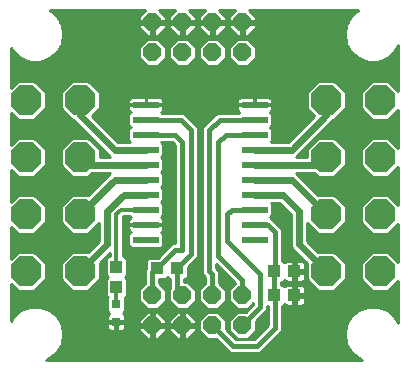
<source format=gtl>
G75*
%MOIN*%
%OFA0B0*%
%FSLAX25Y25*%
%IPPOS*%
%LPD*%
%AMOC8*
5,1,8,0,0,1.08239X$1,22.5*
%
%ADD10R,0.08661X0.02362*%
%ADD11R,0.04331X0.03937*%
%ADD12OC8,0.10000*%
%ADD13R,0.03150X0.03150*%
%ADD14R,0.03937X0.04331*%
%ADD15OC8,0.06000*%
%ADD16C,0.01000*%
%ADD17C,0.03600*%
%ADD18C,0.01600*%
%ADD19C,0.02400*%
%ADD20C,0.01200*%
D10*
X0049140Y0043750D03*
X0049140Y0048750D03*
X0049140Y0053750D03*
X0049140Y0058750D03*
X0049140Y0063750D03*
X0049140Y0068750D03*
X0049140Y0073750D03*
X0049140Y0078750D03*
X0049140Y0083750D03*
X0049140Y0088750D03*
X0085360Y0088750D03*
X0085360Y0083750D03*
X0085360Y0078750D03*
X0085360Y0073750D03*
X0085360Y0068750D03*
X0085360Y0063750D03*
X0085360Y0058750D03*
X0085360Y0053750D03*
X0085360Y0048750D03*
X0085360Y0043750D03*
D11*
X0091904Y0033250D03*
X0098596Y0033250D03*
X0098596Y0025250D03*
X0091904Y0025250D03*
X0059596Y0034250D03*
X0052904Y0034250D03*
D12*
X0027250Y0033250D03*
X0009250Y0033250D03*
X0009250Y0052250D03*
X0027250Y0052250D03*
X0027250Y0071250D03*
X0009250Y0071250D03*
X0009250Y0090250D03*
X0027250Y0090250D03*
X0109250Y0090250D03*
X0127250Y0090250D03*
X0127250Y0071250D03*
X0109250Y0071250D03*
X0109250Y0052250D03*
X0127250Y0052250D03*
X0127250Y0033250D03*
X0109250Y0033250D03*
D13*
X0039250Y0022203D03*
X0039250Y0016297D03*
D14*
X0039250Y0027904D03*
X0039250Y0034596D03*
D15*
X0051250Y0025250D03*
X0061250Y0025250D03*
X0061250Y0015250D03*
X0051250Y0015250D03*
X0071250Y0015250D03*
X0081250Y0015250D03*
X0081250Y0025250D03*
X0071250Y0025250D03*
X0071250Y0106250D03*
X0081250Y0106250D03*
X0081250Y0116250D03*
X0071250Y0116250D03*
X0061250Y0116250D03*
X0051250Y0116250D03*
X0051250Y0106250D03*
X0061250Y0106250D03*
D16*
X0016921Y0004160D02*
X0015795Y0003750D01*
X0121205Y0003750D01*
X0120079Y0004160D01*
X0120079Y0004160D01*
X0117594Y0006245D01*
X0117594Y0006245D01*
X0115971Y0009055D01*
X0115971Y0009055D01*
X0115408Y0012250D01*
X0115408Y0012250D01*
X0115971Y0015445D01*
X0115971Y0015445D01*
X0117594Y0018255D01*
X0117594Y0018255D01*
X0120079Y0020340D01*
X0120079Y0020340D01*
X0123128Y0021450D01*
X0126372Y0021450D01*
X0129421Y0020340D01*
X0129421Y0020340D01*
X0131906Y0018255D01*
X0131906Y0018255D01*
X0133250Y0015928D01*
X0133250Y0030058D01*
X0129942Y0026750D01*
X0124558Y0026750D01*
X0120750Y0030558D01*
X0120750Y0035942D01*
X0124558Y0039750D01*
X0129942Y0039750D01*
X0133250Y0036442D01*
X0133250Y0049058D01*
X0129942Y0045750D01*
X0124558Y0045750D01*
X0120750Y0049558D01*
X0120750Y0054942D01*
X0124558Y0058750D01*
X0129942Y0058750D01*
X0133250Y0055442D01*
X0133250Y0068058D01*
X0129942Y0064750D01*
X0124558Y0064750D01*
X0120750Y0068558D01*
X0120750Y0073942D01*
X0124558Y0077750D01*
X0129942Y0077750D01*
X0133250Y0074442D01*
X0133250Y0087058D01*
X0129942Y0083750D01*
X0124558Y0083750D01*
X0120750Y0087558D01*
X0120750Y0092942D01*
X0124558Y0096750D01*
X0129942Y0096750D01*
X0133250Y0093442D01*
X0133250Y0108572D01*
X0131906Y0106245D01*
X0131906Y0106245D01*
X0129421Y0104160D01*
X0129421Y0104160D01*
X0126372Y0103050D01*
X0123128Y0103050D01*
X0120079Y0104160D01*
X0120079Y0104160D01*
X0117594Y0106245D01*
X0117594Y0106245D01*
X0115971Y0109055D01*
X0115971Y0109055D01*
X0115408Y0112250D01*
X0115408Y0112250D01*
X0115971Y0115445D01*
X0115971Y0115445D01*
X0117594Y0118255D01*
X0117594Y0118255D01*
X0119971Y0120250D01*
X0083614Y0120250D01*
X0085750Y0118114D01*
X0085750Y0116750D01*
X0081750Y0116750D01*
X0081750Y0115750D01*
X0085750Y0115750D01*
X0085750Y0114386D01*
X0083114Y0111750D01*
X0081750Y0111750D01*
X0081750Y0115750D01*
X0080750Y0115750D01*
X0076750Y0115750D01*
X0076750Y0114386D01*
X0079386Y0111750D01*
X0080750Y0111750D01*
X0080750Y0115750D01*
X0080750Y0116750D01*
X0076750Y0116750D01*
X0076750Y0118114D01*
X0078886Y0120250D01*
X0073614Y0120250D01*
X0075750Y0118114D01*
X0075750Y0116750D01*
X0071750Y0116750D01*
X0071750Y0115750D01*
X0075750Y0115750D01*
X0075750Y0114386D01*
X0073114Y0111750D01*
X0071750Y0111750D01*
X0071750Y0115750D01*
X0070750Y0115750D01*
X0070750Y0111750D01*
X0069386Y0111750D01*
X0066750Y0114386D01*
X0066750Y0115750D01*
X0070750Y0115750D01*
X0070750Y0116750D01*
X0066750Y0116750D01*
X0066750Y0118114D01*
X0068886Y0120250D01*
X0063614Y0120250D01*
X0065750Y0118114D01*
X0065750Y0116750D01*
X0061750Y0116750D01*
X0061750Y0115750D01*
X0065750Y0115750D01*
X0065750Y0114386D01*
X0063114Y0111750D01*
X0061750Y0111750D01*
X0061750Y0115750D01*
X0060750Y0115750D01*
X0060750Y0111750D01*
X0059386Y0111750D01*
X0056750Y0114386D01*
X0056750Y0115750D01*
X0060750Y0115750D01*
X0060750Y0116750D01*
X0056750Y0116750D01*
X0056750Y0118114D01*
X0058886Y0120250D01*
X0053614Y0120250D01*
X0055750Y0118114D01*
X0055750Y0116750D01*
X0051750Y0116750D01*
X0051750Y0115750D01*
X0055750Y0115750D01*
X0055750Y0114386D01*
X0053114Y0111750D01*
X0051750Y0111750D01*
X0051750Y0115750D01*
X0050750Y0115750D01*
X0050750Y0111750D01*
X0049386Y0111750D01*
X0046750Y0114386D01*
X0046750Y0115750D01*
X0050750Y0115750D01*
X0050750Y0116750D01*
X0046750Y0116750D01*
X0046750Y0118114D01*
X0048886Y0120250D01*
X0017029Y0120250D01*
X0019406Y0118255D01*
X0019406Y0118255D01*
X0021029Y0115445D01*
X0021029Y0115445D01*
X0021592Y0112250D01*
X0021592Y0112250D01*
X0021029Y0109055D01*
X0021029Y0109055D01*
X0019406Y0106245D01*
X0019406Y0106245D01*
X0016921Y0104160D01*
X0016921Y0104160D01*
X0013872Y0103050D01*
X0010628Y0103050D01*
X0007579Y0104160D01*
X0007579Y0104160D01*
X0005094Y0106245D01*
X0004250Y0107706D01*
X0004250Y0094442D01*
X0006558Y0096750D01*
X0011942Y0096750D01*
X0015750Y0092942D01*
X0015750Y0087558D01*
X0011942Y0083750D01*
X0006558Y0083750D01*
X0004250Y0086058D01*
X0004250Y0075442D01*
X0006558Y0077750D01*
X0011942Y0077750D01*
X0015750Y0073942D01*
X0015750Y0068558D01*
X0011942Y0064750D01*
X0006558Y0064750D01*
X0004250Y0067058D01*
X0004250Y0056442D01*
X0006558Y0058750D01*
X0011942Y0058750D01*
X0015750Y0054942D01*
X0015750Y0049558D01*
X0011942Y0045750D01*
X0006558Y0045750D01*
X0004250Y0048058D01*
X0004250Y0037442D01*
X0006558Y0039750D01*
X0011942Y0039750D01*
X0015750Y0035942D01*
X0015750Y0030558D01*
X0011942Y0026750D01*
X0006558Y0026750D01*
X0004250Y0029058D01*
X0004250Y0016794D01*
X0005094Y0018255D01*
X0005094Y0018255D01*
X0007579Y0020340D01*
X0007579Y0020340D01*
X0010628Y0021450D01*
X0013872Y0021450D01*
X0016921Y0020340D01*
X0016921Y0020340D01*
X0019406Y0018255D01*
X0019406Y0018255D01*
X0021029Y0015445D01*
X0021029Y0015445D01*
X0021592Y0012250D01*
X0021592Y0012250D01*
X0021029Y0009055D01*
X0021029Y0009055D01*
X0019406Y0006245D01*
X0019406Y0006245D01*
X0016921Y0004160D01*
X0016921Y0004160D01*
X0017023Y0004246D02*
X0119977Y0004246D01*
X0118787Y0005244D02*
X0018213Y0005244D01*
X0019403Y0006243D02*
X0077005Y0006243D01*
X0077297Y0005950D02*
X0087203Y0005950D01*
X0088550Y0007297D01*
X0094550Y0013297D01*
X0094550Y0021781D01*
X0094690Y0021781D01*
X0095250Y0022341D01*
X0095510Y0022081D01*
X0095852Y0021884D01*
X0096234Y0021781D01*
X0098112Y0021781D01*
X0098112Y0024766D01*
X0099081Y0024766D01*
X0099081Y0025734D01*
X0102262Y0025734D01*
X0102262Y0027416D01*
X0102160Y0027797D01*
X0101962Y0028140D01*
X0101683Y0028419D01*
X0101341Y0028616D01*
X0100959Y0028718D01*
X0099081Y0028718D01*
X0099081Y0025734D01*
X0098112Y0025734D01*
X0098112Y0028718D01*
X0096234Y0028718D01*
X0095852Y0028616D01*
X0095510Y0028419D01*
X0095250Y0028159D01*
X0094690Y0028718D01*
X0094204Y0028718D01*
X0094204Y0029781D01*
X0094690Y0029781D01*
X0095250Y0030341D01*
X0095510Y0030081D01*
X0095852Y0029884D01*
X0096234Y0029781D01*
X0098112Y0029781D01*
X0098112Y0032766D01*
X0099081Y0032766D01*
X0099081Y0033734D01*
X0102262Y0033734D01*
X0102262Y0035416D01*
X0102160Y0035797D01*
X0101962Y0036140D01*
X0101683Y0036419D01*
X0101341Y0036616D01*
X0100959Y0036718D01*
X0099081Y0036718D01*
X0099081Y0033734D01*
X0098112Y0033734D01*
X0098112Y0036718D01*
X0096234Y0036718D01*
X0095852Y0036616D01*
X0095510Y0036419D01*
X0095250Y0036159D01*
X0094690Y0036718D01*
X0094550Y0036718D01*
X0094550Y0047203D01*
X0090703Y0051050D01*
X0090693Y0051050D01*
X0090493Y0051250D01*
X0091191Y0051948D01*
X0091191Y0055552D01*
X0090693Y0056050D01*
X0093632Y0056050D01*
X0097550Y0052132D01*
X0097550Y0041713D01*
X0097961Y0040721D01*
X0102750Y0035932D01*
X0102750Y0030558D01*
X0106558Y0026750D01*
X0111942Y0026750D01*
X0115750Y0030558D01*
X0115750Y0035942D01*
X0111942Y0039750D01*
X0106568Y0039750D01*
X0102950Y0043368D01*
X0102950Y0049358D01*
X0106558Y0045750D01*
X0111942Y0045750D01*
X0115750Y0049558D01*
X0115750Y0054942D01*
X0111942Y0058750D01*
X0106568Y0058750D01*
X0099279Y0066039D01*
X0099253Y0066050D01*
X0105258Y0066050D01*
X0106558Y0064750D01*
X0111942Y0064750D01*
X0115750Y0068558D01*
X0115750Y0073942D01*
X0111942Y0077750D01*
X0106558Y0077750D01*
X0102750Y0073942D01*
X0102750Y0071450D01*
X0099253Y0071450D01*
X0099279Y0071461D01*
X0110779Y0082961D01*
X0111539Y0083721D01*
X0111551Y0083750D01*
X0111942Y0083750D01*
X0115750Y0087558D01*
X0115750Y0092942D01*
X0111942Y0096750D01*
X0106558Y0096750D01*
X0102750Y0092942D01*
X0102750Y0087558D01*
X0105245Y0085063D01*
X0096632Y0076450D01*
X0090693Y0076450D01*
X0091191Y0076948D01*
X0091191Y0080552D01*
X0090493Y0081250D01*
X0091191Y0081948D01*
X0091191Y0085552D01*
X0090462Y0086282D01*
X0090612Y0086369D01*
X0090891Y0086648D01*
X0091089Y0086990D01*
X0091191Y0087371D01*
X0091191Y0088659D01*
X0085451Y0088659D01*
X0085451Y0088841D01*
X0085270Y0088841D01*
X0085270Y0091431D01*
X0080832Y0091431D01*
X0080451Y0091329D01*
X0080109Y0091131D01*
X0079829Y0090852D01*
X0079632Y0090510D01*
X0079530Y0090129D01*
X0079530Y0088841D01*
X0085270Y0088841D01*
X0085270Y0088659D01*
X0079530Y0088659D01*
X0079530Y0087371D01*
X0079632Y0086990D01*
X0079829Y0086648D01*
X0080109Y0086369D01*
X0080259Y0086282D01*
X0080027Y0086050D01*
X0072797Y0086050D01*
X0069297Y0082550D01*
X0067950Y0081203D01*
X0067950Y0032297D01*
X0068950Y0031297D01*
X0068950Y0029314D01*
X0066750Y0027114D01*
X0066750Y0023386D01*
X0069386Y0020750D01*
X0073114Y0020750D01*
X0075750Y0023386D01*
X0075750Y0027114D01*
X0073550Y0029314D01*
X0073550Y0033203D01*
X0072550Y0034203D01*
X0072550Y0035697D01*
X0078942Y0029306D01*
X0076750Y0027114D01*
X0076750Y0023386D01*
X0079386Y0020750D01*
X0083114Y0020750D01*
X0084950Y0022586D01*
X0084950Y0022203D01*
X0082497Y0019750D01*
X0079386Y0019750D01*
X0076750Y0017114D01*
X0076750Y0013386D01*
X0079386Y0010750D01*
X0083114Y0010750D01*
X0085750Y0013386D01*
X0085750Y0016497D01*
X0089550Y0020297D01*
X0089550Y0021781D01*
X0089950Y0021781D01*
X0089950Y0015203D01*
X0085297Y0010550D01*
X0079203Y0010550D01*
X0075750Y0014003D01*
X0075750Y0017114D01*
X0073114Y0019750D01*
X0069386Y0019750D01*
X0066750Y0017114D01*
X0066750Y0013386D01*
X0069386Y0010750D01*
X0072497Y0010750D01*
X0077297Y0005950D01*
X0076006Y0007241D02*
X0019981Y0007241D01*
X0019406Y0006245D02*
X0019406Y0006245D01*
X0020558Y0008240D02*
X0075008Y0008240D01*
X0074009Y0009238D02*
X0021061Y0009238D01*
X0021237Y0010237D02*
X0073011Y0010237D01*
X0068901Y0011235D02*
X0063599Y0011235D01*
X0063114Y0010750D02*
X0065750Y0013386D01*
X0065750Y0014750D01*
X0061750Y0014750D01*
X0061750Y0015750D01*
X0065750Y0015750D01*
X0065750Y0017114D01*
X0063114Y0019750D01*
X0061750Y0019750D01*
X0061750Y0015750D01*
X0060750Y0015750D01*
X0060750Y0019750D01*
X0059386Y0019750D01*
X0056750Y0017114D01*
X0056750Y0015750D01*
X0060750Y0015750D01*
X0060750Y0014750D01*
X0061750Y0014750D01*
X0061750Y0010750D01*
X0063114Y0010750D01*
X0061750Y0011235D02*
X0060750Y0011235D01*
X0060750Y0010750D02*
X0060750Y0014750D01*
X0056750Y0014750D01*
X0056750Y0013386D01*
X0059386Y0010750D01*
X0060750Y0010750D01*
X0060750Y0012234D02*
X0061750Y0012234D01*
X0061750Y0013232D02*
X0060750Y0013232D01*
X0060750Y0014231D02*
X0061750Y0014231D01*
X0061750Y0015229D02*
X0066750Y0015229D01*
X0066750Y0014231D02*
X0065750Y0014231D01*
X0065596Y0013232D02*
X0066904Y0013232D01*
X0067902Y0012234D02*
X0064598Y0012234D01*
X0065750Y0016228D02*
X0066750Y0016228D01*
X0066862Y0017226D02*
X0065638Y0017226D01*
X0064639Y0018225D02*
X0067861Y0018225D01*
X0068859Y0019223D02*
X0063641Y0019223D01*
X0063114Y0020750D02*
X0065750Y0023386D01*
X0065750Y0027114D01*
X0063114Y0029750D01*
X0061896Y0029750D01*
X0061896Y0030781D01*
X0062383Y0030781D01*
X0063262Y0031660D01*
X0063262Y0034663D01*
X0066550Y0037951D01*
X0066550Y0081203D01*
X0065203Y0082550D01*
X0061703Y0086050D01*
X0054473Y0086050D01*
X0054241Y0086282D01*
X0054391Y0086369D01*
X0054671Y0086648D01*
X0054868Y0086990D01*
X0054970Y0087371D01*
X0054970Y0088659D01*
X0049230Y0088659D01*
X0049230Y0088841D01*
X0049049Y0088841D01*
X0049049Y0091431D01*
X0044612Y0091431D01*
X0044230Y0091329D01*
X0043888Y0091131D01*
X0043609Y0090852D01*
X0043411Y0090510D01*
X0043309Y0090129D01*
X0043309Y0088841D01*
X0049049Y0088841D01*
X0049049Y0088659D01*
X0043309Y0088659D01*
X0043309Y0087371D01*
X0043411Y0086990D01*
X0043609Y0086648D01*
X0043888Y0086369D01*
X0044038Y0086282D01*
X0043309Y0085552D01*
X0043309Y0081948D01*
X0044007Y0081250D01*
X0043309Y0080552D01*
X0043309Y0076948D01*
X0043807Y0076450D01*
X0039868Y0076450D01*
X0031255Y0085063D01*
X0033750Y0087558D01*
X0033750Y0092942D01*
X0029942Y0096750D01*
X0024558Y0096750D01*
X0020750Y0092942D01*
X0020750Y0087558D01*
X0024558Y0083750D01*
X0024949Y0083750D01*
X0024961Y0083721D01*
X0037221Y0071461D01*
X0037247Y0071450D01*
X0033750Y0071450D01*
X0033750Y0073942D01*
X0029942Y0077750D01*
X0024558Y0077750D01*
X0020750Y0073942D01*
X0020750Y0068558D01*
X0024558Y0064750D01*
X0029942Y0064750D01*
X0031242Y0066050D01*
X0037247Y0066050D01*
X0037221Y0066039D01*
X0029932Y0058750D01*
X0024558Y0058750D01*
X0020750Y0054942D01*
X0020750Y0049558D01*
X0024558Y0045750D01*
X0029942Y0045750D01*
X0033550Y0049358D01*
X0033550Y0043368D01*
X0029932Y0039750D01*
X0024558Y0039750D01*
X0020750Y0035942D01*
X0020750Y0030558D01*
X0024558Y0026750D01*
X0029942Y0026750D01*
X0033750Y0030558D01*
X0033750Y0035932D01*
X0037150Y0039332D01*
X0037150Y0038262D01*
X0036660Y0038262D01*
X0035781Y0037383D01*
X0035781Y0031810D01*
X0036341Y0031250D01*
X0035781Y0030690D01*
X0035781Y0025117D01*
X0036337Y0024561D01*
X0036175Y0024399D01*
X0036175Y0020007D01*
X0036979Y0019202D01*
X0036754Y0019072D01*
X0036475Y0018793D01*
X0036277Y0018451D01*
X0036175Y0018070D01*
X0036175Y0016585D01*
X0038963Y0016585D01*
X0038963Y0016010D01*
X0039537Y0016010D01*
X0039537Y0013222D01*
X0041022Y0013222D01*
X0041404Y0013325D01*
X0041746Y0013522D01*
X0042025Y0013801D01*
X0042223Y0014143D01*
X0042325Y0014525D01*
X0042325Y0016010D01*
X0039537Y0016010D01*
X0039537Y0016585D01*
X0042325Y0016585D01*
X0042325Y0018070D01*
X0042223Y0018451D01*
X0042025Y0018793D01*
X0041746Y0019072D01*
X0041521Y0019202D01*
X0042325Y0020007D01*
X0042325Y0024399D01*
X0042163Y0024561D01*
X0042718Y0025117D01*
X0042718Y0030690D01*
X0042159Y0031250D01*
X0042718Y0031810D01*
X0042718Y0037383D01*
X0041840Y0038262D01*
X0041350Y0038262D01*
X0041350Y0051380D01*
X0041620Y0051650D01*
X0043607Y0051650D01*
X0044038Y0051218D01*
X0043888Y0051131D01*
X0043609Y0050852D01*
X0043411Y0050510D01*
X0043309Y0050129D01*
X0043309Y0048841D01*
X0049049Y0048841D01*
X0049049Y0048659D01*
X0043309Y0048659D01*
X0043309Y0047371D01*
X0043411Y0046990D01*
X0043609Y0046648D01*
X0043888Y0046369D01*
X0044038Y0046282D01*
X0043309Y0045552D01*
X0043309Y0041948D01*
X0044188Y0041069D01*
X0054092Y0041069D01*
X0054970Y0041948D01*
X0054970Y0045552D01*
X0054241Y0046282D01*
X0054391Y0046369D01*
X0054671Y0046648D01*
X0054868Y0046990D01*
X0054970Y0047371D01*
X0054970Y0048659D01*
X0049230Y0048659D01*
X0049230Y0048841D01*
X0054970Y0048841D01*
X0054970Y0050129D01*
X0054868Y0050510D01*
X0054671Y0050852D01*
X0054391Y0051131D01*
X0054241Y0051218D01*
X0054970Y0051948D01*
X0054970Y0055552D01*
X0054273Y0056250D01*
X0054970Y0056948D01*
X0054970Y0060552D01*
X0054273Y0061250D01*
X0054970Y0061948D01*
X0054970Y0065552D01*
X0054273Y0066250D01*
X0054970Y0066948D01*
X0054970Y0070552D01*
X0054273Y0071250D01*
X0054970Y0071948D01*
X0054970Y0075552D01*
X0054273Y0076250D01*
X0054473Y0076450D01*
X0057797Y0076450D01*
X0058950Y0075297D01*
X0058950Y0042550D01*
X0057951Y0042550D01*
X0053119Y0037718D01*
X0050117Y0037718D01*
X0049238Y0036840D01*
X0049238Y0034155D01*
X0048950Y0033656D01*
X0048950Y0029314D01*
X0046750Y0027114D01*
X0046750Y0023386D01*
X0049386Y0020750D01*
X0053114Y0020750D01*
X0055750Y0023386D01*
X0055750Y0027114D01*
X0053550Y0029314D01*
X0053550Y0030781D01*
X0055690Y0030781D01*
X0056250Y0031341D01*
X0056810Y0030781D01*
X0057296Y0030781D01*
X0057296Y0027660D01*
X0056750Y0027114D01*
X0056750Y0023386D01*
X0059386Y0020750D01*
X0063114Y0020750D01*
X0063584Y0021220D02*
X0068916Y0021220D01*
X0067917Y0022219D02*
X0064583Y0022219D01*
X0065581Y0023217D02*
X0066919Y0023217D01*
X0066750Y0024216D02*
X0065750Y0024216D01*
X0065750Y0025214D02*
X0066750Y0025214D01*
X0066750Y0026213D02*
X0065750Y0026213D01*
X0065653Y0027211D02*
X0066847Y0027211D01*
X0067846Y0028210D02*
X0064654Y0028210D01*
X0063656Y0029208D02*
X0068844Y0029208D01*
X0068950Y0030207D02*
X0061896Y0030207D01*
X0062807Y0031205D02*
X0068950Y0031205D01*
X0068043Y0032204D02*
X0063262Y0032204D01*
X0063262Y0033202D02*
X0067950Y0033202D01*
X0067950Y0034201D02*
X0063262Y0034201D01*
X0063799Y0035199D02*
X0067950Y0035199D01*
X0067950Y0036198D02*
X0064797Y0036198D01*
X0065796Y0037196D02*
X0067950Y0037196D01*
X0067950Y0038195D02*
X0066550Y0038195D01*
X0066550Y0039193D02*
X0067950Y0039193D01*
X0067950Y0040192D02*
X0066550Y0040192D01*
X0066550Y0041190D02*
X0067950Y0041190D01*
X0067950Y0042189D02*
X0066550Y0042189D01*
X0066550Y0043187D02*
X0067950Y0043187D01*
X0067950Y0044186D02*
X0066550Y0044186D01*
X0066550Y0045184D02*
X0067950Y0045184D01*
X0067950Y0046183D02*
X0066550Y0046183D01*
X0066550Y0047182D02*
X0067950Y0047182D01*
X0067950Y0048180D02*
X0066550Y0048180D01*
X0066550Y0049179D02*
X0067950Y0049179D01*
X0067950Y0050177D02*
X0066550Y0050177D01*
X0066550Y0051176D02*
X0067950Y0051176D01*
X0067950Y0052174D02*
X0066550Y0052174D01*
X0066550Y0053173D02*
X0067950Y0053173D01*
X0067950Y0054171D02*
X0066550Y0054171D01*
X0066550Y0055170D02*
X0067950Y0055170D01*
X0067950Y0056168D02*
X0066550Y0056168D01*
X0066550Y0057167D02*
X0067950Y0057167D01*
X0067950Y0058165D02*
X0066550Y0058165D01*
X0066550Y0059164D02*
X0067950Y0059164D01*
X0067950Y0060162D02*
X0066550Y0060162D01*
X0066550Y0061161D02*
X0067950Y0061161D01*
X0067950Y0062159D02*
X0066550Y0062159D01*
X0066550Y0063158D02*
X0067950Y0063158D01*
X0067950Y0064156D02*
X0066550Y0064156D01*
X0066550Y0065155D02*
X0067950Y0065155D01*
X0067950Y0066153D02*
X0066550Y0066153D01*
X0066550Y0067152D02*
X0067950Y0067152D01*
X0067950Y0068150D02*
X0066550Y0068150D01*
X0066550Y0069149D02*
X0067950Y0069149D01*
X0067950Y0070147D02*
X0066550Y0070147D01*
X0066550Y0071146D02*
X0067950Y0071146D01*
X0067950Y0072144D02*
X0066550Y0072144D01*
X0066550Y0073143D02*
X0067950Y0073143D01*
X0067950Y0074141D02*
X0066550Y0074141D01*
X0066550Y0075140D02*
X0067950Y0075140D01*
X0067950Y0076138D02*
X0066550Y0076138D01*
X0066550Y0077137D02*
X0067950Y0077137D01*
X0067950Y0078135D02*
X0066550Y0078135D01*
X0066550Y0079134D02*
X0067950Y0079134D01*
X0067950Y0080132D02*
X0066550Y0080132D01*
X0066550Y0081131D02*
X0067950Y0081131D01*
X0068877Y0082129D02*
X0065623Y0082129D01*
X0064625Y0083128D02*
X0069875Y0083128D01*
X0070874Y0084126D02*
X0063626Y0084126D01*
X0062628Y0085125D02*
X0071872Y0085125D01*
X0079596Y0087122D02*
X0054904Y0087122D01*
X0054970Y0088120D02*
X0079530Y0088120D01*
X0079530Y0089119D02*
X0054970Y0089119D01*
X0054970Y0088841D02*
X0054970Y0090129D01*
X0054868Y0090510D01*
X0054671Y0090852D01*
X0054391Y0091131D01*
X0054049Y0091329D01*
X0053668Y0091431D01*
X0049230Y0091431D01*
X0049230Y0088841D01*
X0054970Y0088841D01*
X0054970Y0090118D02*
X0079530Y0090118D01*
X0080093Y0091116D02*
X0054407Y0091116D01*
X0054399Y0086123D02*
X0080101Y0086123D01*
X0085270Y0089119D02*
X0085451Y0089119D01*
X0085451Y0088841D02*
X0085451Y0091431D01*
X0089888Y0091431D01*
X0090270Y0091329D01*
X0090612Y0091131D01*
X0090891Y0090852D01*
X0091089Y0090510D01*
X0091191Y0090129D01*
X0091191Y0088841D01*
X0085451Y0088841D01*
X0085451Y0090118D02*
X0085270Y0090118D01*
X0085270Y0091116D02*
X0085451Y0091116D01*
X0090627Y0091116D02*
X0102750Y0091116D01*
X0102750Y0090118D02*
X0091191Y0090118D01*
X0091191Y0089119D02*
X0102750Y0089119D01*
X0102750Y0088120D02*
X0091191Y0088120D01*
X0091124Y0087122D02*
X0103186Y0087122D01*
X0104184Y0086123D02*
X0090620Y0086123D01*
X0091191Y0085125D02*
X0105183Y0085125D01*
X0104308Y0084126D02*
X0091191Y0084126D01*
X0091191Y0083128D02*
X0103310Y0083128D01*
X0102311Y0082129D02*
X0091191Y0082129D01*
X0090612Y0081131D02*
X0101313Y0081131D01*
X0100314Y0080132D02*
X0091191Y0080132D01*
X0091191Y0079134D02*
X0099316Y0079134D01*
X0098317Y0078135D02*
X0091191Y0078135D01*
X0091191Y0077137D02*
X0097319Y0077137D01*
X0100961Y0073143D02*
X0102750Y0073143D01*
X0102750Y0072144D02*
X0099963Y0072144D01*
X0101960Y0074141D02*
X0102949Y0074141D01*
X0102958Y0075140D02*
X0103947Y0075140D01*
X0103957Y0076138D02*
X0104946Y0076138D01*
X0104955Y0077137D02*
X0105944Y0077137D01*
X0105954Y0078135D02*
X0133250Y0078135D01*
X0133250Y0077137D02*
X0130555Y0077137D01*
X0131554Y0076138D02*
X0133250Y0076138D01*
X0133250Y0075140D02*
X0132553Y0075140D01*
X0133250Y0079134D02*
X0106952Y0079134D01*
X0107951Y0080132D02*
X0133250Y0080132D01*
X0133250Y0081131D02*
X0108949Y0081131D01*
X0109948Y0082129D02*
X0133250Y0082129D01*
X0133250Y0083128D02*
X0110946Y0083128D01*
X0112319Y0084126D02*
X0124181Y0084126D01*
X0123183Y0085125D02*
X0113317Y0085125D01*
X0114316Y0086123D02*
X0122184Y0086123D01*
X0121186Y0087122D02*
X0115314Y0087122D01*
X0115750Y0088120D02*
X0120750Y0088120D01*
X0120750Y0089119D02*
X0115750Y0089119D01*
X0115750Y0090118D02*
X0120750Y0090118D01*
X0120750Y0091116D02*
X0115750Y0091116D01*
X0115750Y0092115D02*
X0120750Y0092115D01*
X0120921Y0093113D02*
X0115579Y0093113D01*
X0114581Y0094112D02*
X0121919Y0094112D01*
X0122918Y0095110D02*
X0113582Y0095110D01*
X0112584Y0096109D02*
X0123916Y0096109D01*
X0130584Y0096109D02*
X0133250Y0096109D01*
X0133250Y0097107D02*
X0004250Y0097107D01*
X0004250Y0096109D02*
X0005916Y0096109D01*
X0004918Y0095110D02*
X0004250Y0095110D01*
X0004250Y0098106D02*
X0133250Y0098106D01*
X0133250Y0099104D02*
X0004250Y0099104D01*
X0004250Y0100103D02*
X0133250Y0100103D01*
X0133250Y0101101D02*
X0004250Y0101101D01*
X0004250Y0102100D02*
X0049036Y0102100D01*
X0049386Y0101750D02*
X0053114Y0101750D01*
X0055750Y0104386D01*
X0055750Y0108114D01*
X0053114Y0110750D01*
X0049386Y0110750D01*
X0046750Y0108114D01*
X0046750Y0104386D01*
X0049386Y0101750D01*
X0048038Y0103098D02*
X0014005Y0103098D01*
X0016748Y0104097D02*
X0047039Y0104097D01*
X0046750Y0105095D02*
X0018036Y0105095D01*
X0019226Y0106094D02*
X0046750Y0106094D01*
X0046750Y0107092D02*
X0019895Y0107092D01*
X0019406Y0106245D02*
X0019406Y0106245D01*
X0020472Y0108091D02*
X0046750Y0108091D01*
X0047725Y0109089D02*
X0021035Y0109089D01*
X0021211Y0110088D02*
X0048724Y0110088D01*
X0049051Y0112085D02*
X0021563Y0112085D01*
X0021445Y0113083D02*
X0048053Y0113083D01*
X0047054Y0114082D02*
X0021269Y0114082D01*
X0021093Y0115080D02*
X0046750Y0115080D01*
X0046750Y0117077D02*
X0020086Y0117077D01*
X0020663Y0116079D02*
X0050750Y0116079D01*
X0050750Y0115080D02*
X0051750Y0115080D01*
X0051750Y0114082D02*
X0050750Y0114082D01*
X0050750Y0113083D02*
X0051750Y0113083D01*
X0051750Y0112085D02*
X0050750Y0112085D01*
X0053449Y0112085D02*
X0059051Y0112085D01*
X0059386Y0110750D02*
X0056750Y0108114D01*
X0056750Y0104386D01*
X0059386Y0101750D01*
X0063114Y0101750D01*
X0065750Y0104386D01*
X0065750Y0108114D01*
X0063114Y0110750D01*
X0059386Y0110750D01*
X0058724Y0110088D02*
X0053776Y0110088D01*
X0054775Y0109089D02*
X0057725Y0109089D01*
X0056750Y0108091D02*
X0055750Y0108091D01*
X0055750Y0107092D02*
X0056750Y0107092D01*
X0056750Y0106094D02*
X0055750Y0106094D01*
X0055750Y0105095D02*
X0056750Y0105095D01*
X0057039Y0104097D02*
X0055461Y0104097D01*
X0054462Y0103098D02*
X0058038Y0103098D01*
X0059036Y0102100D02*
X0053464Y0102100D01*
X0063464Y0102100D02*
X0069036Y0102100D01*
X0069386Y0101750D02*
X0073114Y0101750D01*
X0075750Y0104386D01*
X0075750Y0108114D01*
X0073114Y0110750D01*
X0069386Y0110750D01*
X0066750Y0108114D01*
X0066750Y0104386D01*
X0069386Y0101750D01*
X0068038Y0103098D02*
X0064462Y0103098D01*
X0065461Y0104097D02*
X0067039Y0104097D01*
X0066750Y0105095D02*
X0065750Y0105095D01*
X0065750Y0106094D02*
X0066750Y0106094D01*
X0066750Y0107092D02*
X0065750Y0107092D01*
X0065750Y0108091D02*
X0066750Y0108091D01*
X0067725Y0109089D02*
X0064775Y0109089D01*
X0063776Y0110088D02*
X0068724Y0110088D01*
X0069051Y0112085D02*
X0063449Y0112085D01*
X0064447Y0113083D02*
X0068053Y0113083D01*
X0067054Y0114082D02*
X0065446Y0114082D01*
X0065750Y0115080D02*
X0066750Y0115080D01*
X0066750Y0117077D02*
X0065750Y0117077D01*
X0065750Y0118076D02*
X0066750Y0118076D01*
X0067710Y0119074D02*
X0064790Y0119074D01*
X0063791Y0120073D02*
X0068709Y0120073D01*
X0070750Y0116079D02*
X0061750Y0116079D01*
X0061750Y0115080D02*
X0060750Y0115080D01*
X0060750Y0114082D02*
X0061750Y0114082D01*
X0061750Y0113083D02*
X0060750Y0113083D01*
X0060750Y0112085D02*
X0061750Y0112085D01*
X0058053Y0113083D02*
X0054447Y0113083D01*
X0055446Y0114082D02*
X0057054Y0114082D01*
X0056750Y0115080D02*
X0055750Y0115080D01*
X0055750Y0117077D02*
X0056750Y0117077D01*
X0056750Y0118076D02*
X0055750Y0118076D01*
X0054790Y0119074D02*
X0057710Y0119074D01*
X0058709Y0120073D02*
X0053791Y0120073D01*
X0051750Y0116079D02*
X0060750Y0116079D01*
X0070750Y0115080D02*
X0071750Y0115080D01*
X0071750Y0114082D02*
X0070750Y0114082D01*
X0070750Y0113083D02*
X0071750Y0113083D01*
X0071750Y0112085D02*
X0070750Y0112085D01*
X0073449Y0112085D02*
X0079051Y0112085D01*
X0079386Y0110750D02*
X0076750Y0108114D01*
X0076750Y0104386D01*
X0079386Y0101750D01*
X0083114Y0101750D01*
X0085750Y0104386D01*
X0085750Y0108114D01*
X0083114Y0110750D01*
X0079386Y0110750D01*
X0078724Y0110088D02*
X0073776Y0110088D01*
X0074775Y0109089D02*
X0077725Y0109089D01*
X0076750Y0108091D02*
X0075750Y0108091D01*
X0075750Y0107092D02*
X0076750Y0107092D01*
X0076750Y0106094D02*
X0075750Y0106094D01*
X0075750Y0105095D02*
X0076750Y0105095D01*
X0077039Y0104097D02*
X0075461Y0104097D01*
X0074462Y0103098D02*
X0078038Y0103098D01*
X0079036Y0102100D02*
X0073464Y0102100D01*
X0083464Y0102100D02*
X0133250Y0102100D01*
X0133250Y0103098D02*
X0126505Y0103098D01*
X0129248Y0104097D02*
X0133250Y0104097D01*
X0133250Y0105095D02*
X0130536Y0105095D01*
X0131726Y0106094D02*
X0133250Y0106094D01*
X0133250Y0107092D02*
X0132395Y0107092D01*
X0131906Y0106245D02*
X0131906Y0106245D01*
X0132972Y0108091D02*
X0133250Y0108091D01*
X0122995Y0103098D02*
X0084462Y0103098D01*
X0085461Y0104097D02*
X0120252Y0104097D01*
X0118964Y0105095D02*
X0085750Y0105095D01*
X0085750Y0106094D02*
X0117774Y0106094D01*
X0117105Y0107092D02*
X0085750Y0107092D01*
X0085750Y0108091D02*
X0116528Y0108091D01*
X0115965Y0109089D02*
X0084775Y0109089D01*
X0083776Y0110088D02*
X0115789Y0110088D01*
X0115613Y0111086D02*
X0021387Y0111086D01*
X0019510Y0118076D02*
X0046750Y0118076D01*
X0047710Y0119074D02*
X0018430Y0119074D01*
X0017240Y0120073D02*
X0048709Y0120073D01*
X0071750Y0116079D02*
X0080750Y0116079D01*
X0080750Y0115080D02*
X0081750Y0115080D01*
X0081750Y0114082D02*
X0080750Y0114082D01*
X0080750Y0113083D02*
X0081750Y0113083D01*
X0081750Y0112085D02*
X0080750Y0112085D01*
X0083449Y0112085D02*
X0115437Y0112085D01*
X0115555Y0113083D02*
X0084447Y0113083D01*
X0085446Y0114082D02*
X0115731Y0114082D01*
X0115907Y0115080D02*
X0085750Y0115080D01*
X0085750Y0117077D02*
X0116914Y0117077D01*
X0116337Y0116079D02*
X0081750Y0116079D01*
X0084790Y0119074D02*
X0118570Y0119074D01*
X0117594Y0118255D02*
X0117594Y0118255D01*
X0117490Y0118076D02*
X0085750Y0118076D01*
X0083791Y0120073D02*
X0119760Y0120073D01*
X0105916Y0096109D02*
X0030584Y0096109D01*
X0031582Y0095110D02*
X0104918Y0095110D01*
X0103919Y0094112D02*
X0032581Y0094112D01*
X0033579Y0093113D02*
X0102921Y0093113D01*
X0102750Y0092115D02*
X0033750Y0092115D01*
X0033750Y0091116D02*
X0043873Y0091116D01*
X0043309Y0090118D02*
X0033750Y0090118D01*
X0033750Y0089119D02*
X0043309Y0089119D01*
X0043309Y0088120D02*
X0033750Y0088120D01*
X0033314Y0087122D02*
X0043376Y0087122D01*
X0043880Y0086123D02*
X0032316Y0086123D01*
X0031317Y0085125D02*
X0043309Y0085125D01*
X0043309Y0084126D02*
X0032192Y0084126D01*
X0033190Y0083128D02*
X0043309Y0083128D01*
X0043309Y0082129D02*
X0034189Y0082129D01*
X0035187Y0081131D02*
X0043888Y0081131D01*
X0043309Y0080132D02*
X0036186Y0080132D01*
X0037184Y0079134D02*
X0043309Y0079134D01*
X0043309Y0078135D02*
X0038183Y0078135D01*
X0039181Y0077137D02*
X0043309Y0077137D01*
X0036537Y0072144D02*
X0033750Y0072144D01*
X0033750Y0073143D02*
X0035539Y0073143D01*
X0034540Y0074141D02*
X0033551Y0074141D01*
X0033542Y0075140D02*
X0032553Y0075140D01*
X0032543Y0076138D02*
X0031554Y0076138D01*
X0031545Y0077137D02*
X0030555Y0077137D01*
X0030546Y0078135D02*
X0004250Y0078135D01*
X0004250Y0077137D02*
X0005945Y0077137D01*
X0004946Y0076138D02*
X0004250Y0076138D01*
X0004250Y0079134D02*
X0029548Y0079134D01*
X0028549Y0080132D02*
X0004250Y0080132D01*
X0004250Y0081131D02*
X0027551Y0081131D01*
X0026552Y0082129D02*
X0004250Y0082129D01*
X0004250Y0083128D02*
X0025554Y0083128D01*
X0024181Y0084126D02*
X0012319Y0084126D01*
X0013317Y0085125D02*
X0023183Y0085125D01*
X0022184Y0086123D02*
X0014316Y0086123D01*
X0015314Y0087122D02*
X0021186Y0087122D01*
X0020750Y0088120D02*
X0015750Y0088120D01*
X0015750Y0089119D02*
X0020750Y0089119D01*
X0020750Y0090118D02*
X0015750Y0090118D01*
X0015750Y0091116D02*
X0020750Y0091116D01*
X0020750Y0092115D02*
X0015750Y0092115D01*
X0015579Y0093113D02*
X0020921Y0093113D01*
X0021919Y0094112D02*
X0014581Y0094112D01*
X0013582Y0095110D02*
X0022918Y0095110D01*
X0023916Y0096109D02*
X0012584Y0096109D01*
X0010495Y0103098D02*
X0004250Y0103098D01*
X0004250Y0104097D02*
X0007752Y0104097D01*
X0006464Y0105095D02*
X0004250Y0105095D01*
X0004250Y0106094D02*
X0005274Y0106094D01*
X0004605Y0107092D02*
X0004250Y0107092D01*
X0004250Y0085125D02*
X0005183Y0085125D01*
X0004250Y0084126D02*
X0006181Y0084126D01*
X0012555Y0077137D02*
X0023944Y0077137D01*
X0022946Y0076138D02*
X0013554Y0076138D01*
X0014553Y0075140D02*
X0021947Y0075140D01*
X0020949Y0074141D02*
X0015551Y0074141D01*
X0015750Y0073143D02*
X0020750Y0073143D01*
X0020750Y0072144D02*
X0015750Y0072144D01*
X0015750Y0071146D02*
X0020750Y0071146D01*
X0020750Y0070147D02*
X0015750Y0070147D01*
X0015750Y0069149D02*
X0020750Y0069149D01*
X0021157Y0068150D02*
X0015343Y0068150D01*
X0014344Y0067152D02*
X0022156Y0067152D01*
X0023154Y0066153D02*
X0013346Y0066153D01*
X0012347Y0065155D02*
X0024153Y0065155D01*
X0030347Y0065155D02*
X0036336Y0065155D01*
X0035338Y0064156D02*
X0004250Y0064156D01*
X0004250Y0063158D02*
X0034339Y0063158D01*
X0033341Y0062159D02*
X0004250Y0062159D01*
X0004250Y0061161D02*
X0032342Y0061161D01*
X0031344Y0060162D02*
X0004250Y0060162D01*
X0004250Y0059164D02*
X0030345Y0059164D01*
X0023973Y0058165D02*
X0012527Y0058165D01*
X0013526Y0057167D02*
X0022974Y0057167D01*
X0021976Y0056168D02*
X0014524Y0056168D01*
X0015523Y0055170D02*
X0020977Y0055170D01*
X0020750Y0054171D02*
X0015750Y0054171D01*
X0015750Y0053173D02*
X0020750Y0053173D01*
X0020750Y0052174D02*
X0015750Y0052174D01*
X0015750Y0051176D02*
X0020750Y0051176D01*
X0020750Y0050177D02*
X0015750Y0050177D01*
X0015371Y0049179D02*
X0021129Y0049179D01*
X0022128Y0048180D02*
X0014372Y0048180D01*
X0013374Y0047182D02*
X0023126Y0047182D01*
X0024125Y0046183D02*
X0012375Y0046183D01*
X0006125Y0046183D02*
X0004250Y0046183D01*
X0004250Y0045184D02*
X0033550Y0045184D01*
X0033550Y0044186D02*
X0004250Y0044186D01*
X0004250Y0043187D02*
X0033369Y0043187D01*
X0032371Y0042189D02*
X0004250Y0042189D01*
X0004250Y0041190D02*
X0031372Y0041190D01*
X0030374Y0040192D02*
X0004250Y0040192D01*
X0004250Y0039193D02*
X0006001Y0039193D01*
X0005003Y0038195D02*
X0004250Y0038195D01*
X0012499Y0039193D02*
X0024001Y0039193D01*
X0023003Y0038195D02*
X0013497Y0038195D01*
X0014496Y0037196D02*
X0022004Y0037196D01*
X0021006Y0036198D02*
X0015494Y0036198D01*
X0015750Y0035199D02*
X0020750Y0035199D01*
X0020750Y0034201D02*
X0015750Y0034201D01*
X0015750Y0033202D02*
X0020750Y0033202D01*
X0020750Y0032204D02*
X0015750Y0032204D01*
X0015750Y0031205D02*
X0020750Y0031205D01*
X0021101Y0030207D02*
X0015399Y0030207D01*
X0014401Y0029208D02*
X0022099Y0029208D01*
X0023098Y0028210D02*
X0013402Y0028210D01*
X0012404Y0027211D02*
X0024096Y0027211D01*
X0030404Y0027211D02*
X0035781Y0027211D01*
X0035781Y0026213D02*
X0004250Y0026213D01*
X0004250Y0027211D02*
X0006096Y0027211D01*
X0005098Y0028210D02*
X0004250Y0028210D01*
X0004250Y0025214D02*
X0035781Y0025214D01*
X0036175Y0024216D02*
X0004250Y0024216D01*
X0004250Y0023217D02*
X0036175Y0023217D01*
X0036175Y0022219D02*
X0004250Y0022219D01*
X0004250Y0021220D02*
X0009997Y0021220D01*
X0007438Y0020222D02*
X0004250Y0020222D01*
X0004250Y0019223D02*
X0006248Y0019223D01*
X0005094Y0018255D02*
X0005094Y0018255D01*
X0005076Y0018225D02*
X0004250Y0018225D01*
X0004250Y0017226D02*
X0004500Y0017226D01*
X0014503Y0021220D02*
X0036175Y0021220D01*
X0036175Y0020222D02*
X0017062Y0020222D01*
X0018252Y0019223D02*
X0036959Y0019223D01*
X0036217Y0018225D02*
X0019424Y0018225D01*
X0020000Y0017226D02*
X0036175Y0017226D01*
X0036175Y0016010D02*
X0036175Y0014525D01*
X0036277Y0014143D01*
X0036475Y0013801D01*
X0036754Y0013522D01*
X0037096Y0013325D01*
X0037478Y0013222D01*
X0038963Y0013222D01*
X0038963Y0016010D01*
X0036175Y0016010D01*
X0036175Y0015229D02*
X0021067Y0015229D01*
X0021243Y0014231D02*
X0036254Y0014231D01*
X0037442Y0013232D02*
X0021419Y0013232D01*
X0021589Y0012234D02*
X0047902Y0012234D01*
X0046904Y0013232D02*
X0041058Y0013232D01*
X0039537Y0013232D02*
X0038963Y0013232D01*
X0038963Y0014231D02*
X0039537Y0014231D01*
X0039537Y0015229D02*
X0038963Y0015229D01*
X0038963Y0016228D02*
X0020577Y0016228D01*
X0021413Y0011235D02*
X0048901Y0011235D01*
X0049386Y0010750D02*
X0050750Y0010750D01*
X0050750Y0014750D01*
X0051750Y0014750D01*
X0051750Y0015750D01*
X0055750Y0015750D01*
X0055750Y0017114D01*
X0053114Y0019750D01*
X0051750Y0019750D01*
X0051750Y0015750D01*
X0050750Y0015750D01*
X0050750Y0019750D01*
X0049386Y0019750D01*
X0046750Y0017114D01*
X0046750Y0015750D01*
X0050750Y0015750D01*
X0050750Y0014750D01*
X0046750Y0014750D01*
X0046750Y0013386D01*
X0049386Y0010750D01*
X0050750Y0011235D02*
X0051750Y0011235D01*
X0051750Y0010750D02*
X0053114Y0010750D01*
X0055750Y0013386D01*
X0055750Y0014750D01*
X0051750Y0014750D01*
X0051750Y0010750D01*
X0051750Y0012234D02*
X0050750Y0012234D01*
X0050750Y0013232D02*
X0051750Y0013232D01*
X0051750Y0014231D02*
X0050750Y0014231D01*
X0050750Y0015229D02*
X0042325Y0015229D01*
X0042246Y0014231D02*
X0046750Y0014231D01*
X0046750Y0016228D02*
X0039537Y0016228D01*
X0042325Y0017226D02*
X0046862Y0017226D01*
X0047861Y0018225D02*
X0042283Y0018225D01*
X0041541Y0019223D02*
X0048859Y0019223D01*
X0050750Y0019223D02*
X0051750Y0019223D01*
X0051750Y0018225D02*
X0050750Y0018225D01*
X0050750Y0017226D02*
X0051750Y0017226D01*
X0051750Y0016228D02*
X0050750Y0016228D01*
X0051750Y0015229D02*
X0060750Y0015229D01*
X0060750Y0016228D02*
X0061750Y0016228D01*
X0061750Y0017226D02*
X0060750Y0017226D01*
X0060750Y0018225D02*
X0061750Y0018225D01*
X0061750Y0019223D02*
X0060750Y0019223D01*
X0058859Y0019223D02*
X0053641Y0019223D01*
X0054639Y0018225D02*
X0057861Y0018225D01*
X0056862Y0017226D02*
X0055638Y0017226D01*
X0055750Y0016228D02*
X0056750Y0016228D01*
X0056750Y0014231D02*
X0055750Y0014231D01*
X0055596Y0013232D02*
X0056904Y0013232D01*
X0057902Y0012234D02*
X0054598Y0012234D01*
X0053599Y0011235D02*
X0058901Y0011235D01*
X0058916Y0021220D02*
X0053584Y0021220D01*
X0054583Y0022219D02*
X0057917Y0022219D01*
X0056919Y0023217D02*
X0055581Y0023217D01*
X0055750Y0024216D02*
X0056750Y0024216D01*
X0056750Y0025214D02*
X0055750Y0025214D01*
X0055750Y0026213D02*
X0056750Y0026213D01*
X0056847Y0027211D02*
X0055653Y0027211D01*
X0054654Y0028210D02*
X0057296Y0028210D01*
X0057296Y0029208D02*
X0053656Y0029208D01*
X0053550Y0030207D02*
X0057296Y0030207D01*
X0056386Y0031205D02*
X0056114Y0031205D01*
X0048950Y0031205D02*
X0042203Y0031205D01*
X0042718Y0030207D02*
X0048950Y0030207D01*
X0048844Y0029208D02*
X0042718Y0029208D01*
X0042718Y0028210D02*
X0047846Y0028210D01*
X0046847Y0027211D02*
X0042718Y0027211D01*
X0042718Y0026213D02*
X0046750Y0026213D01*
X0046750Y0025214D02*
X0042718Y0025214D01*
X0042325Y0024216D02*
X0046750Y0024216D01*
X0046919Y0023217D02*
X0042325Y0023217D01*
X0042325Y0022219D02*
X0047917Y0022219D01*
X0048916Y0021220D02*
X0042325Y0021220D01*
X0042325Y0020222D02*
X0082969Y0020222D01*
X0083584Y0021220D02*
X0083968Y0021220D01*
X0084583Y0022219D02*
X0084950Y0022219D01*
X0088476Y0019223D02*
X0089950Y0019223D01*
X0089950Y0018225D02*
X0087477Y0018225D01*
X0086479Y0017226D02*
X0089950Y0017226D01*
X0089950Y0016228D02*
X0085750Y0016228D01*
X0085750Y0015229D02*
X0089950Y0015229D01*
X0088978Y0014231D02*
X0085750Y0014231D01*
X0085596Y0013232D02*
X0087979Y0013232D01*
X0086981Y0012234D02*
X0084598Y0012234D01*
X0083599Y0011235D02*
X0085982Y0011235D01*
X0089492Y0008240D02*
X0116442Y0008240D01*
X0115939Y0009238D02*
X0090491Y0009238D01*
X0091489Y0010237D02*
X0115763Y0010237D01*
X0115587Y0011235D02*
X0092488Y0011235D01*
X0093486Y0012234D02*
X0115411Y0012234D01*
X0115581Y0013232D02*
X0094485Y0013232D01*
X0094550Y0014231D02*
X0115757Y0014231D01*
X0115933Y0015229D02*
X0094550Y0015229D01*
X0094550Y0016228D02*
X0116423Y0016228D01*
X0117000Y0017226D02*
X0094550Y0017226D01*
X0094550Y0018225D02*
X0117576Y0018225D01*
X0117594Y0018255D02*
X0117594Y0018255D01*
X0118748Y0019223D02*
X0094550Y0019223D01*
X0094550Y0020222D02*
X0119938Y0020222D01*
X0122497Y0021220D02*
X0094550Y0021220D01*
X0095127Y0022219D02*
X0095373Y0022219D01*
X0098112Y0022219D02*
X0099081Y0022219D01*
X0099081Y0021781D02*
X0100959Y0021781D01*
X0101341Y0021884D01*
X0101683Y0022081D01*
X0101962Y0022360D01*
X0102160Y0022703D01*
X0102262Y0023084D01*
X0102262Y0024766D01*
X0099081Y0024766D01*
X0099081Y0021781D01*
X0099081Y0023217D02*
X0098112Y0023217D01*
X0098112Y0024216D02*
X0099081Y0024216D01*
X0099081Y0025214D02*
X0133250Y0025214D01*
X0133250Y0024216D02*
X0102262Y0024216D01*
X0102262Y0023217D02*
X0133250Y0023217D01*
X0133250Y0022219D02*
X0101820Y0022219D01*
X0102262Y0026213D02*
X0133250Y0026213D01*
X0133250Y0027211D02*
X0130404Y0027211D01*
X0131402Y0028210D02*
X0133250Y0028210D01*
X0133250Y0029208D02*
X0132401Y0029208D01*
X0132496Y0037196D02*
X0133250Y0037196D01*
X0133250Y0038195D02*
X0131497Y0038195D01*
X0130499Y0039193D02*
X0133250Y0039193D01*
X0133250Y0040192D02*
X0106126Y0040192D01*
X0105128Y0041190D02*
X0133250Y0041190D01*
X0133250Y0042189D02*
X0104129Y0042189D01*
X0103131Y0043187D02*
X0133250Y0043187D01*
X0133250Y0044186D02*
X0102950Y0044186D01*
X0102950Y0045184D02*
X0133250Y0045184D01*
X0133250Y0046183D02*
X0130375Y0046183D01*
X0131374Y0047182D02*
X0133250Y0047182D01*
X0133250Y0048180D02*
X0132372Y0048180D01*
X0124125Y0046183D02*
X0112375Y0046183D01*
X0113374Y0047182D02*
X0123126Y0047182D01*
X0122128Y0048180D02*
X0114372Y0048180D01*
X0115371Y0049179D02*
X0121129Y0049179D01*
X0120750Y0050177D02*
X0115750Y0050177D01*
X0115750Y0051176D02*
X0120750Y0051176D01*
X0120750Y0052174D02*
X0115750Y0052174D01*
X0115750Y0053173D02*
X0120750Y0053173D01*
X0120750Y0054171D02*
X0115750Y0054171D01*
X0115523Y0055170D02*
X0120977Y0055170D01*
X0121976Y0056168D02*
X0114524Y0056168D01*
X0113526Y0057167D02*
X0122974Y0057167D01*
X0123973Y0058165D02*
X0112527Y0058165D01*
X0106155Y0059164D02*
X0133250Y0059164D01*
X0133250Y0060162D02*
X0105156Y0060162D01*
X0104158Y0061161D02*
X0133250Y0061161D01*
X0133250Y0062159D02*
X0103159Y0062159D01*
X0102161Y0063158D02*
X0133250Y0063158D01*
X0133250Y0064156D02*
X0101162Y0064156D01*
X0100164Y0065155D02*
X0106153Y0065155D01*
X0112347Y0065155D02*
X0124153Y0065155D01*
X0123154Y0066153D02*
X0113346Y0066153D01*
X0114344Y0067152D02*
X0122156Y0067152D01*
X0121157Y0068150D02*
X0115343Y0068150D01*
X0115750Y0069149D02*
X0120750Y0069149D01*
X0120750Y0070147D02*
X0115750Y0070147D01*
X0115750Y0071146D02*
X0120750Y0071146D01*
X0120750Y0072144D02*
X0115750Y0072144D01*
X0115750Y0073143D02*
X0120750Y0073143D01*
X0120949Y0074141D02*
X0115551Y0074141D01*
X0114553Y0075140D02*
X0121947Y0075140D01*
X0122946Y0076138D02*
X0113554Y0076138D01*
X0112555Y0077137D02*
X0123944Y0077137D01*
X0130319Y0084126D02*
X0133250Y0084126D01*
X0133250Y0085125D02*
X0131317Y0085125D01*
X0132316Y0086123D02*
X0133250Y0086123D01*
X0133250Y0094112D02*
X0132581Y0094112D01*
X0133250Y0095110D02*
X0131582Y0095110D01*
X0132344Y0067152D02*
X0133250Y0067152D01*
X0133250Y0066153D02*
X0131346Y0066153D01*
X0130347Y0065155D02*
X0133250Y0065155D01*
X0133250Y0058165D02*
X0130527Y0058165D01*
X0131526Y0057167D02*
X0133250Y0057167D01*
X0133250Y0056168D02*
X0132524Y0056168D01*
X0124001Y0039193D02*
X0112499Y0039193D01*
X0113497Y0038195D02*
X0123003Y0038195D01*
X0122004Y0037196D02*
X0114496Y0037196D01*
X0115494Y0036198D02*
X0121006Y0036198D01*
X0120750Y0035199D02*
X0115750Y0035199D01*
X0115750Y0034201D02*
X0120750Y0034201D01*
X0120750Y0033202D02*
X0115750Y0033202D01*
X0115750Y0032204D02*
X0120750Y0032204D01*
X0120750Y0031205D02*
X0115750Y0031205D01*
X0115399Y0030207D02*
X0121101Y0030207D01*
X0122099Y0029208D02*
X0114401Y0029208D01*
X0113402Y0028210D02*
X0123098Y0028210D01*
X0124096Y0027211D02*
X0112404Y0027211D01*
X0106096Y0027211D02*
X0102262Y0027211D01*
X0101892Y0028210D02*
X0105098Y0028210D01*
X0104099Y0029208D02*
X0094204Y0029208D01*
X0095116Y0030207D02*
X0095384Y0030207D01*
X0095301Y0028210D02*
X0095199Y0028210D01*
X0098112Y0028210D02*
X0099081Y0028210D01*
X0099081Y0027211D02*
X0098112Y0027211D01*
X0098112Y0026213D02*
X0099081Y0026213D01*
X0099081Y0029781D02*
X0100959Y0029781D01*
X0101341Y0029884D01*
X0101683Y0030081D01*
X0101962Y0030360D01*
X0102160Y0030703D01*
X0102262Y0031084D01*
X0102262Y0032766D01*
X0099081Y0032766D01*
X0099081Y0029781D01*
X0099081Y0030207D02*
X0098112Y0030207D01*
X0098112Y0031205D02*
X0099081Y0031205D01*
X0099081Y0032204D02*
X0098112Y0032204D01*
X0099081Y0033202D02*
X0102750Y0033202D01*
X0102750Y0032204D02*
X0102262Y0032204D01*
X0102262Y0031205D02*
X0102750Y0031205D01*
X0103101Y0030207D02*
X0101808Y0030207D01*
X0102262Y0034201D02*
X0102750Y0034201D01*
X0102750Y0035199D02*
X0102262Y0035199D01*
X0102484Y0036198D02*
X0101904Y0036198D01*
X0101485Y0037196D02*
X0094550Y0037196D01*
X0094550Y0038195D02*
X0100487Y0038195D01*
X0099488Y0039193D02*
X0094550Y0039193D01*
X0094550Y0040192D02*
X0098490Y0040192D01*
X0097766Y0041190D02*
X0094550Y0041190D01*
X0094550Y0042189D02*
X0097550Y0042189D01*
X0097550Y0043187D02*
X0094550Y0043187D01*
X0094550Y0044186D02*
X0097550Y0044186D01*
X0097550Y0045184D02*
X0094550Y0045184D01*
X0094550Y0046183D02*
X0097550Y0046183D01*
X0097550Y0047182D02*
X0094550Y0047182D01*
X0093573Y0048180D02*
X0097550Y0048180D01*
X0097550Y0049179D02*
X0092574Y0049179D01*
X0091576Y0050177D02*
X0097550Y0050177D01*
X0097550Y0051176D02*
X0090568Y0051176D01*
X0091191Y0052174D02*
X0097508Y0052174D01*
X0096509Y0053173D02*
X0091191Y0053173D01*
X0091191Y0054171D02*
X0095511Y0054171D01*
X0094512Y0055170D02*
X0091191Y0055170D01*
X0102950Y0049179D02*
X0103129Y0049179D01*
X0102950Y0048180D02*
X0104128Y0048180D01*
X0105126Y0047182D02*
X0102950Y0047182D01*
X0102950Y0046183D02*
X0106125Y0046183D01*
X0099081Y0036198D02*
X0098112Y0036198D01*
X0098112Y0035199D02*
X0099081Y0035199D01*
X0099081Y0034201D02*
X0098112Y0034201D01*
X0095289Y0036198D02*
X0095211Y0036198D01*
X0089950Y0021220D02*
X0089550Y0021220D01*
X0089474Y0020222D02*
X0089950Y0020222D01*
X0078916Y0021220D02*
X0073584Y0021220D01*
X0074583Y0022219D02*
X0077917Y0022219D01*
X0076919Y0023217D02*
X0075581Y0023217D01*
X0075750Y0024216D02*
X0076750Y0024216D01*
X0076750Y0025214D02*
X0075750Y0025214D01*
X0075750Y0026213D02*
X0076750Y0026213D01*
X0076847Y0027211D02*
X0075653Y0027211D01*
X0074654Y0028210D02*
X0077846Y0028210D01*
X0078844Y0029208D02*
X0073656Y0029208D01*
X0073550Y0030207D02*
X0078040Y0030207D01*
X0077042Y0031205D02*
X0073550Y0031205D01*
X0073550Y0032204D02*
X0076043Y0032204D01*
X0075045Y0033202D02*
X0073550Y0033202D01*
X0074046Y0034201D02*
X0072552Y0034201D01*
X0072550Y0035199D02*
X0073048Y0035199D01*
X0058950Y0043187D02*
X0054970Y0043187D01*
X0054970Y0042189D02*
X0057590Y0042189D01*
X0056591Y0041190D02*
X0054213Y0041190D01*
X0055593Y0040192D02*
X0041350Y0040192D01*
X0041350Y0041190D02*
X0044066Y0041190D01*
X0043309Y0042189D02*
X0041350Y0042189D01*
X0041350Y0043187D02*
X0043309Y0043187D01*
X0043309Y0044186D02*
X0041350Y0044186D01*
X0041350Y0045184D02*
X0043309Y0045184D01*
X0043940Y0046183D02*
X0041350Y0046183D01*
X0041350Y0047182D02*
X0043360Y0047182D01*
X0043309Y0048180D02*
X0041350Y0048180D01*
X0041350Y0049179D02*
X0043309Y0049179D01*
X0043322Y0050177D02*
X0041350Y0050177D01*
X0041350Y0051176D02*
X0043965Y0051176D01*
X0054315Y0051176D02*
X0058950Y0051176D01*
X0058950Y0052174D02*
X0054970Y0052174D01*
X0054970Y0053173D02*
X0058950Y0053173D01*
X0058950Y0054171D02*
X0054970Y0054171D01*
X0054970Y0055170D02*
X0058950Y0055170D01*
X0058950Y0056168D02*
X0054355Y0056168D01*
X0054970Y0057167D02*
X0058950Y0057167D01*
X0058950Y0058165D02*
X0054970Y0058165D01*
X0054970Y0059164D02*
X0058950Y0059164D01*
X0058950Y0060162D02*
X0054970Y0060162D01*
X0054362Y0061161D02*
X0058950Y0061161D01*
X0058950Y0062159D02*
X0054970Y0062159D01*
X0054970Y0063158D02*
X0058950Y0063158D01*
X0058950Y0064156D02*
X0054970Y0064156D01*
X0054970Y0065155D02*
X0058950Y0065155D01*
X0058950Y0066153D02*
X0054370Y0066153D01*
X0054970Y0067152D02*
X0058950Y0067152D01*
X0058950Y0068150D02*
X0054970Y0068150D01*
X0054970Y0069149D02*
X0058950Y0069149D01*
X0058950Y0070147D02*
X0054970Y0070147D01*
X0054377Y0071146D02*
X0058950Y0071146D01*
X0058950Y0072144D02*
X0054970Y0072144D01*
X0054970Y0073143D02*
X0058950Y0073143D01*
X0058950Y0074141D02*
X0054970Y0074141D01*
X0054970Y0075140D02*
X0058950Y0075140D01*
X0058109Y0076138D02*
X0054385Y0076138D01*
X0049230Y0089119D02*
X0049049Y0089119D01*
X0049049Y0090118D02*
X0049230Y0090118D01*
X0049230Y0091116D02*
X0049049Y0091116D01*
X0074447Y0113083D02*
X0078053Y0113083D01*
X0077054Y0114082D02*
X0075446Y0114082D01*
X0075750Y0115080D02*
X0076750Y0115080D01*
X0076750Y0117077D02*
X0075750Y0117077D01*
X0075750Y0118076D02*
X0076750Y0118076D01*
X0077710Y0119074D02*
X0074790Y0119074D01*
X0073791Y0120073D02*
X0078709Y0120073D01*
X0006153Y0065155D02*
X0004250Y0065155D01*
X0004250Y0066153D02*
X0005154Y0066153D01*
X0005973Y0058165D02*
X0004250Y0058165D01*
X0004250Y0057167D02*
X0004974Y0057167D01*
X0005126Y0047182D02*
X0004250Y0047182D01*
X0030375Y0046183D02*
X0033550Y0046183D01*
X0033550Y0047182D02*
X0031374Y0047182D01*
X0032372Y0048180D02*
X0033550Y0048180D01*
X0033550Y0049179D02*
X0033371Y0049179D01*
X0037012Y0039193D02*
X0037150Y0039193D01*
X0036593Y0038195D02*
X0036013Y0038195D01*
X0035781Y0037196D02*
X0035015Y0037196D01*
X0035781Y0036198D02*
X0034016Y0036198D01*
X0033750Y0035199D02*
X0035781Y0035199D01*
X0035781Y0034201D02*
X0033750Y0034201D01*
X0033750Y0033202D02*
X0035781Y0033202D01*
X0035781Y0032204D02*
X0033750Y0032204D01*
X0033750Y0031205D02*
X0036297Y0031205D01*
X0035781Y0030207D02*
X0033399Y0030207D01*
X0032401Y0029208D02*
X0035781Y0029208D01*
X0035781Y0028210D02*
X0031402Y0028210D01*
X0041907Y0038195D02*
X0053596Y0038195D01*
X0054594Y0039193D02*
X0041350Y0039193D01*
X0042718Y0037196D02*
X0049595Y0037196D01*
X0049238Y0036198D02*
X0042718Y0036198D01*
X0042718Y0035199D02*
X0049238Y0035199D01*
X0049238Y0034201D02*
X0042718Y0034201D01*
X0042718Y0033202D02*
X0048950Y0033202D01*
X0048950Y0032204D02*
X0042718Y0032204D01*
X0054970Y0044186D02*
X0058950Y0044186D01*
X0058950Y0045184D02*
X0054970Y0045184D01*
X0054340Y0046183D02*
X0058950Y0046183D01*
X0058950Y0047182D02*
X0054920Y0047182D01*
X0054970Y0048180D02*
X0058950Y0048180D01*
X0058950Y0049179D02*
X0054970Y0049179D01*
X0054957Y0050177D02*
X0058950Y0050177D01*
X0073641Y0019223D02*
X0078859Y0019223D01*
X0077861Y0018225D02*
X0074639Y0018225D01*
X0075638Y0017226D02*
X0076862Y0017226D01*
X0076750Y0016228D02*
X0075750Y0016228D01*
X0075750Y0015229D02*
X0076750Y0015229D01*
X0076750Y0014231D02*
X0075750Y0014231D01*
X0076521Y0013232D02*
X0076904Y0013232D01*
X0077519Y0012234D02*
X0077902Y0012234D01*
X0078518Y0011235D02*
X0078901Y0011235D01*
X0087495Y0006243D02*
X0117597Y0006243D01*
X0117019Y0007241D02*
X0088494Y0007241D01*
X0127003Y0021220D02*
X0133250Y0021220D01*
X0133250Y0020222D02*
X0129562Y0020222D01*
X0130752Y0019223D02*
X0133250Y0019223D01*
X0133250Y0018225D02*
X0131924Y0018225D01*
X0132500Y0017226D02*
X0133250Y0017226D01*
X0133250Y0016228D02*
X0133077Y0016228D01*
D17*
X0103250Y0016250D03*
X0057250Y0061250D03*
X0067250Y0087250D03*
X0096250Y0087250D03*
X0038250Y0087250D03*
X0032250Y0016250D03*
D18*
X0051250Y0025250D02*
X0051250Y0032596D01*
X0051252Y0032675D01*
X0051257Y0032753D01*
X0051267Y0032831D01*
X0051280Y0032909D01*
X0051297Y0032986D01*
X0051317Y0033062D01*
X0051341Y0033137D01*
X0051368Y0033211D01*
X0051399Y0033283D01*
X0051434Y0033354D01*
X0051472Y0033423D01*
X0051513Y0033490D01*
X0051557Y0033555D01*
X0051604Y0033618D01*
X0051654Y0033679D01*
X0051707Y0033737D01*
X0051763Y0033793D01*
X0051821Y0033846D01*
X0051882Y0033896D01*
X0051945Y0033943D01*
X0052010Y0033987D01*
X0052077Y0034028D01*
X0052146Y0034066D01*
X0052217Y0034101D01*
X0052289Y0034132D01*
X0052363Y0034159D01*
X0052438Y0034183D01*
X0052514Y0034203D01*
X0052591Y0034220D01*
X0052669Y0034233D01*
X0052747Y0034243D01*
X0052825Y0034248D01*
X0052904Y0034250D01*
X0058904Y0040250D01*
X0061250Y0040250D01*
X0061250Y0076250D01*
X0058750Y0078750D01*
X0049140Y0078750D01*
X0049140Y0083750D02*
X0060750Y0083750D01*
X0064250Y0080250D01*
X0064250Y0038904D01*
X0059596Y0034250D01*
X0059596Y0026904D01*
X0061250Y0025250D01*
X0070250Y0033250D02*
X0071250Y0032250D01*
X0071250Y0025250D01*
X0070250Y0033250D02*
X0070250Y0080250D01*
X0073750Y0083750D01*
X0085360Y0083750D01*
X0085360Y0078750D02*
X0075750Y0078750D01*
X0073250Y0076250D01*
X0073250Y0038250D01*
X0081250Y0030250D01*
X0081250Y0025250D01*
X0087250Y0021250D02*
X0081250Y0015250D01*
X0078250Y0008250D02*
X0071250Y0015250D01*
X0078250Y0008250D02*
X0086250Y0008250D01*
X0092250Y0014250D01*
X0092250Y0024904D01*
X0091904Y0025250D01*
X0091904Y0033250D01*
X0092250Y0033596D01*
X0092250Y0046250D01*
X0089750Y0048750D01*
X0085360Y0048750D01*
X0085360Y0053750D02*
X0077750Y0053750D01*
X0076250Y0052250D01*
X0076250Y0043250D01*
X0087250Y0032250D01*
X0087250Y0021250D01*
D19*
X0100250Y0042250D02*
X0109250Y0033250D01*
X0100250Y0042250D02*
X0100250Y0053250D01*
X0094750Y0058750D01*
X0085360Y0058750D01*
X0085360Y0063750D02*
X0097750Y0063750D01*
X0109250Y0052250D01*
X0106750Y0068750D02*
X0109250Y0071250D01*
X0106750Y0068750D02*
X0085360Y0068750D01*
X0085360Y0073750D02*
X0097750Y0073750D01*
X0109250Y0085250D01*
X0109250Y0090250D01*
X0049140Y0073750D02*
X0038750Y0073750D01*
X0027250Y0085250D01*
X0027250Y0090250D01*
X0027250Y0071250D02*
X0029750Y0068750D01*
X0049140Y0068750D01*
X0049140Y0063750D02*
X0038750Y0063750D01*
X0027250Y0052250D01*
X0036250Y0053250D02*
X0036250Y0042250D01*
X0027250Y0033250D01*
X0036250Y0053250D02*
X0041750Y0058750D01*
X0049140Y0058750D01*
D20*
X0049140Y0053750D02*
X0040750Y0053750D01*
X0039250Y0052250D01*
X0039250Y0034596D01*
X0039250Y0027904D02*
X0039250Y0022203D01*
M02*

</source>
